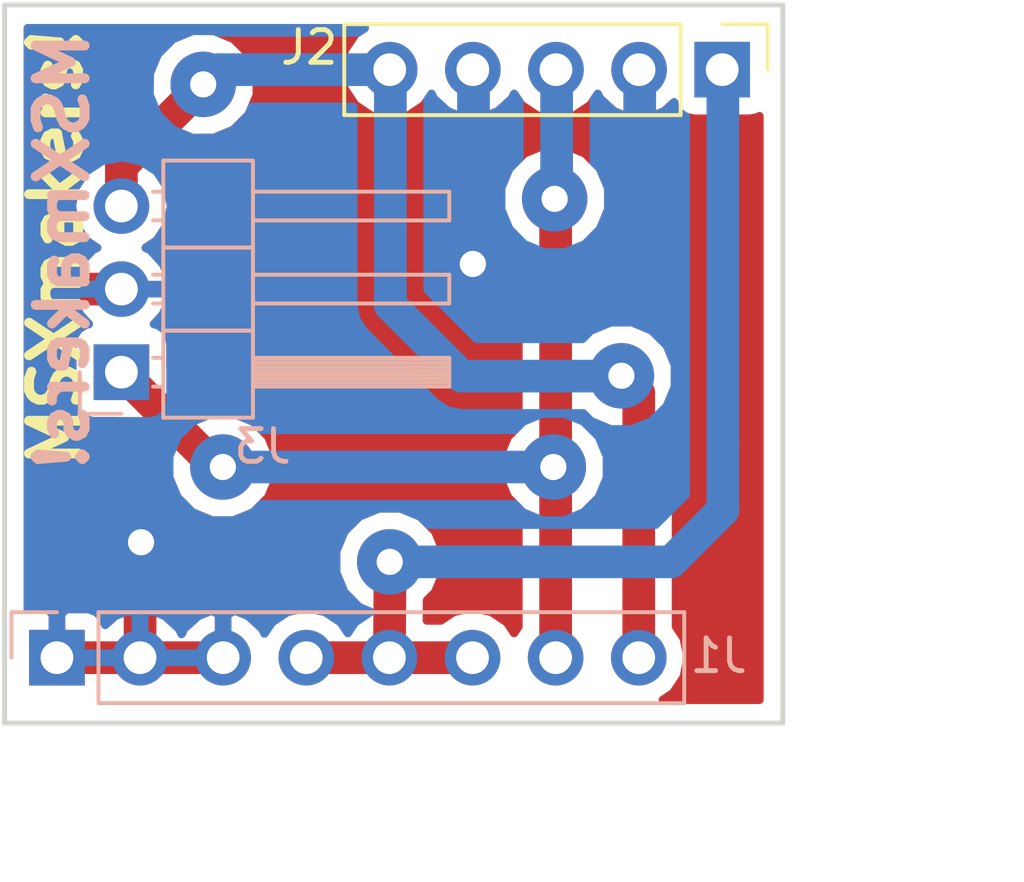
<source format=kicad_pcb>
(kicad_pcb (version 4) (host pcbnew 4.0.6)

  (general
    (links 12)
    (no_connects 0)
    (area 38.904999 24.324999 71.188572 53.28)
    (thickness 1.6)
    (drawings 9)
    (tracks 60)
    (zones 0)
    (modules 3)
    (nets 5)
  )

  (page A4)
  (title_block
    (title "Omega PS 2 DC adaptor")
    (date 2020-05-26)
    (rev 1.2)
    (company MSXmakers!)
  )

  (layers
    (0 F.Cu signal)
    (31 B.Cu signal)
    (32 B.Adhes user)
    (33 F.Adhes user)
    (34 B.Paste user)
    (35 F.Paste user)
    (36 B.SilkS user)
    (37 F.SilkS user)
    (38 B.Mask user)
    (39 F.Mask user)
    (40 Dwgs.User user)
    (41 Cmts.User user)
    (42 Eco1.User user)
    (43 Eco2.User user)
    (44 Edge.Cuts user)
    (45 Margin user)
    (46 B.CrtYd user)
    (47 F.CrtYd user)
    (48 B.Fab user)
    (49 F.Fab user)
  )

  (setup
    (last_trace_width 0.25)
    (trace_clearance 0.2)
    (zone_clearance 0.508)
    (zone_45_only yes)
    (trace_min 0.2)
    (segment_width 0.2)
    (edge_width 0.15)
    (via_size 0.6)
    (via_drill 0.4)
    (via_min_size 0.4)
    (via_min_drill 0.3)
    (uvia_size 0.3)
    (uvia_drill 0.1)
    (uvias_allowed no)
    (uvia_min_size 0.2)
    (uvia_min_drill 0.1)
    (pcb_text_width 0.3)
    (pcb_text_size 1.5 1.5)
    (mod_edge_width 0.15)
    (mod_text_size 1 1)
    (mod_text_width 0.15)
    (pad_size 1.524 1.524)
    (pad_drill 0.762)
    (pad_to_mask_clearance 0.2)
    (aux_axis_origin 0 0)
    (visible_elements FFFFFF7F)
    (pcbplotparams
      (layerselection 0x010f0_80000001)
      (usegerberextensions false)
      (excludeedgelayer false)
      (linewidth 0.100000)
      (plotframeref false)
      (viasonmask false)
      (mode 1)
      (useauxorigin false)
      (hpglpennumber 1)
      (hpglpenspeed 20)
      (hpglpendiameter 15)
      (hpglpenoverlay 2)
      (psnegative false)
      (psa4output false)
      (plotreference true)
      (plotvalue true)
      (plotinvisibletext false)
      (padsonsilk false)
      (subtractmaskfromsilk false)
      (outputformat 1)
      (mirror false)
      (drillshape 0)
      (scaleselection 1)
      (outputdirectory Gerber/))
  )

  (net 0 "")
  (net 1 GND)
  (net 2 VCC)
  (net 3 VDD)
  (net 4 VSS)

  (net_class Default "Esta es la clase de red por defecto."
    (clearance 0.2)
    (trace_width 0.25)
    (via_dia 0.6)
    (via_drill 0.4)
    (uvia_dia 0.3)
    (uvia_drill 0.1)
  )

  (net_class Power ""
    (clearance 0.5)
    (trace_width 1)
    (via_dia 2)
    (via_drill 0.8)
    (uvia_dia 1)
    (uvia_drill 0.8)
    (add_net GND)
    (add_net VCC)
    (add_net VDD)
    (add_net VSS)
  )

  (module Pin_Headers:Pin_Header_Straight_1x08_Pitch2.54mm (layer B.Cu) (tedit 5E91D0F3) (tstamp 5E91CF83)
    (at 41.03 44.43 270)
    (descr "Through hole straight pin header, 1x08, 2.54mm pitch, single row")
    (tags "Through hole pin header THT 1x08 2.54mm single row")
    (path /5E91A78D)
    (fp_text reference J1 (at -0.06 -20.22 540) (layer B.SilkS)
      (effects (font (size 1 1) (thickness 0.15)) (justify mirror))
    )
    (fp_text value CONN_01X08 (at 2.48 -4.35 540) (layer B.Fab)
      (effects (font (size 1 1) (thickness 0.15)) (justify mirror))
    )
    (fp_line (start -1.27 1.27) (end -1.27 -19.05) (layer B.Fab) (width 0.1))
    (fp_line (start -1.27 -19.05) (end 1.27 -19.05) (layer B.Fab) (width 0.1))
    (fp_line (start 1.27 -19.05) (end 1.27 1.27) (layer B.Fab) (width 0.1))
    (fp_line (start 1.27 1.27) (end -1.27 1.27) (layer B.Fab) (width 0.1))
    (fp_line (start -1.39 -1.27) (end -1.39 -19.17) (layer B.SilkS) (width 0.12))
    (fp_line (start -1.39 -19.17) (end 1.39 -19.17) (layer B.SilkS) (width 0.12))
    (fp_line (start 1.39 -19.17) (end 1.39 -1.27) (layer B.SilkS) (width 0.12))
    (fp_line (start 1.39 -1.27) (end -1.39 -1.27) (layer B.SilkS) (width 0.12))
    (fp_line (start -1.39 0) (end -1.39 1.39) (layer B.SilkS) (width 0.12))
    (fp_line (start -1.39 1.39) (end 0 1.39) (layer B.SilkS) (width 0.12))
    (fp_line (start -1.6 1.6) (end -1.6 -19.3) (layer B.CrtYd) (width 0.05))
    (fp_line (start -1.6 -19.3) (end 1.6 -19.3) (layer B.CrtYd) (width 0.05))
    (fp_line (start 1.6 -19.3) (end 1.6 1.6) (layer B.CrtYd) (width 0.05))
    (fp_line (start 1.6 1.6) (end -1.6 1.6) (layer B.CrtYd) (width 0.05))
    (pad 1 thru_hole rect (at 0 0 270) (size 1.7 1.7) (drill 1) (layers *.Cu *.Mask)
      (net 1 GND))
    (pad 2 thru_hole oval (at 0 -2.54 270) (size 1.7 1.7) (drill 1) (layers *.Cu *.Mask)
      (net 1 GND))
    (pad 3 thru_hole oval (at 0 -5.08 270) (size 1.7 1.7) (drill 1) (layers *.Cu *.Mask)
      (net 1 GND))
    (pad 4 thru_hole oval (at 0 -7.62 270) (size 1.7 1.7) (drill 1) (layers *.Cu *.Mask)
      (net 2 VCC))
    (pad 5 thru_hole oval (at 0 -10.16 270) (size 1.7 1.7) (drill 1) (layers *.Cu *.Mask)
      (net 2 VCC))
    (pad 6 thru_hole oval (at 0 -12.7 270) (size 1.7 1.7) (drill 1) (layers *.Cu *.Mask)
      (net 2 VCC))
    (pad 7 thru_hole oval (at 0 -15.24 270) (size 1.7 1.7) (drill 1) (layers *.Cu *.Mask)
      (net 3 VDD))
    (pad 8 thru_hole oval (at 0 -17.78 270) (size 1.7 1.7) (drill 1) (layers *.Cu *.Mask)
      (net 4 VSS))
    (model Pin_Headers.3dshapes/Pin_Header_Straight_1x08_Pitch2.54mm.wrl
      (at (xyz 0 -0.35 0))
      (scale (xyz 1 1 1))
      (rotate (xyz 0 0 90))
    )
  )

  (module Pin_Headers:Pin_Header_Straight_1x05_Pitch2.54mm (layer F.Cu) (tedit 5E91D0E7) (tstamp 5E91CF8E)
    (at 61.36 26.45 270)
    (descr "Through hole straight pin header, 1x05, 2.54mm pitch, single row")
    (tags "Through hole pin header THT 1x05 2.54mm single row")
    (path /5E91AA0E)
    (fp_text reference J2 (at -0.68 12.62 360) (layer F.SilkS)
      (effects (font (size 1 1) (thickness 0.15)))
    )
    (fp_text value CONN_01X05 (at 2.44 13.28 360) (layer F.Fab)
      (effects (font (size 1 1) (thickness 0.15)))
    )
    (fp_line (start -1.27 -1.27) (end -1.27 11.43) (layer F.Fab) (width 0.1))
    (fp_line (start -1.27 11.43) (end 1.27 11.43) (layer F.Fab) (width 0.1))
    (fp_line (start 1.27 11.43) (end 1.27 -1.27) (layer F.Fab) (width 0.1))
    (fp_line (start 1.27 -1.27) (end -1.27 -1.27) (layer F.Fab) (width 0.1))
    (fp_line (start -1.39 1.27) (end -1.39 11.55) (layer F.SilkS) (width 0.12))
    (fp_line (start -1.39 11.55) (end 1.39 11.55) (layer F.SilkS) (width 0.12))
    (fp_line (start 1.39 11.55) (end 1.39 1.27) (layer F.SilkS) (width 0.12))
    (fp_line (start 1.39 1.27) (end -1.39 1.27) (layer F.SilkS) (width 0.12))
    (fp_line (start -1.39 0) (end -1.39 -1.39) (layer F.SilkS) (width 0.12))
    (fp_line (start -1.39 -1.39) (end 0 -1.39) (layer F.SilkS) (width 0.12))
    (fp_line (start -1.6 -1.6) (end -1.6 11.7) (layer F.CrtYd) (width 0.05))
    (fp_line (start -1.6 11.7) (end 1.6 11.7) (layer F.CrtYd) (width 0.05))
    (fp_line (start 1.6 11.7) (end 1.6 -1.6) (layer F.CrtYd) (width 0.05))
    (fp_line (start 1.6 -1.6) (end -1.6 -1.6) (layer F.CrtYd) (width 0.05))
    (pad 1 thru_hole rect (at 0 0 270) (size 1.7 1.7) (drill 1) (layers *.Cu *.Mask)
      (net 2 VCC))
    (pad 2 thru_hole oval (at 0 2.54 270) (size 1.7 1.7) (drill 1) (layers *.Cu *.Mask)
      (net 1 GND))
    (pad 3 thru_hole oval (at 0 5.08 270) (size 1.7 1.7) (drill 1) (layers *.Cu *.Mask)
      (net 3 VDD))
    (pad 4 thru_hole oval (at 0 7.62 270) (size 1.7 1.7) (drill 1) (layers *.Cu *.Mask)
      (net 1 GND))
    (pad 5 thru_hole oval (at 0 10.16 270) (size 1.7 1.7) (drill 1) (layers *.Cu *.Mask)
      (net 4 VSS))
    (model Pin_Headers.3dshapes/Pin_Header_Straight_1x05_Pitch2.54mm.wrl
      (at (xyz 0 -0.2 0))
      (scale (xyz 1 1 1))
      (rotate (xyz 0 0 90))
    )
  )

  (module Pin_Headers:Pin_Header_Angled_1x03_Pitch2.54mm (layer B.Cu) (tedit 5862ED52) (tstamp 5ECD3A50)
    (at 43 35.7)
    (descr "Through hole angled pin header, 1x03, 2.54mm pitch, 6mm pin length, single row")
    (tags "Through hole angled pin header THT 1x03 2.54mm single row")
    (path /5ECD3755)
    (fp_text reference J3 (at 4.315 2.27) (layer B.SilkS)
      (effects (font (size 1 1) (thickness 0.15)) (justify mirror))
    )
    (fp_text value CONN_01X03 (at 4.315 -7.35) (layer B.Fab)
      (effects (font (size 1 1) (thickness 0.15)) (justify mirror))
    )
    (fp_line (start 1.4 1.27) (end 1.4 -1.27) (layer B.Fab) (width 0.1))
    (fp_line (start 1.4 -1.27) (end 3.9 -1.27) (layer B.Fab) (width 0.1))
    (fp_line (start 3.9 -1.27) (end 3.9 1.27) (layer B.Fab) (width 0.1))
    (fp_line (start 3.9 1.27) (end 1.4 1.27) (layer B.Fab) (width 0.1))
    (fp_line (start 0 0.32) (end 0 -0.32) (layer B.Fab) (width 0.1))
    (fp_line (start 0 -0.32) (end 9.9 -0.32) (layer B.Fab) (width 0.1))
    (fp_line (start 9.9 -0.32) (end 9.9 0.32) (layer B.Fab) (width 0.1))
    (fp_line (start 9.9 0.32) (end 0 0.32) (layer B.Fab) (width 0.1))
    (fp_line (start 1.4 -1.27) (end 1.4 -3.81) (layer B.Fab) (width 0.1))
    (fp_line (start 1.4 -3.81) (end 3.9 -3.81) (layer B.Fab) (width 0.1))
    (fp_line (start 3.9 -3.81) (end 3.9 -1.27) (layer B.Fab) (width 0.1))
    (fp_line (start 3.9 -1.27) (end 1.4 -1.27) (layer B.Fab) (width 0.1))
    (fp_line (start 0 -2.22) (end 0 -2.86) (layer B.Fab) (width 0.1))
    (fp_line (start 0 -2.86) (end 9.9 -2.86) (layer B.Fab) (width 0.1))
    (fp_line (start 9.9 -2.86) (end 9.9 -2.22) (layer B.Fab) (width 0.1))
    (fp_line (start 9.9 -2.22) (end 0 -2.22) (layer B.Fab) (width 0.1))
    (fp_line (start 1.4 -3.81) (end 1.4 -6.35) (layer B.Fab) (width 0.1))
    (fp_line (start 1.4 -6.35) (end 3.9 -6.35) (layer B.Fab) (width 0.1))
    (fp_line (start 3.9 -6.35) (end 3.9 -3.81) (layer B.Fab) (width 0.1))
    (fp_line (start 3.9 -3.81) (end 1.4 -3.81) (layer B.Fab) (width 0.1))
    (fp_line (start 0 -4.76) (end 0 -5.4) (layer B.Fab) (width 0.1))
    (fp_line (start 0 -5.4) (end 9.9 -5.4) (layer B.Fab) (width 0.1))
    (fp_line (start 9.9 -5.4) (end 9.9 -4.76) (layer B.Fab) (width 0.1))
    (fp_line (start 9.9 -4.76) (end 0 -4.76) (layer B.Fab) (width 0.1))
    (fp_line (start 1.28 1.39) (end 1.28 -1.27) (layer B.SilkS) (width 0.12))
    (fp_line (start 1.28 -1.27) (end 4.02 -1.27) (layer B.SilkS) (width 0.12))
    (fp_line (start 4.02 -1.27) (end 4.02 1.39) (layer B.SilkS) (width 0.12))
    (fp_line (start 4.02 1.39) (end 1.28 1.39) (layer B.SilkS) (width 0.12))
    (fp_line (start 4.02 0.44) (end 4.02 -0.44) (layer B.SilkS) (width 0.12))
    (fp_line (start 4.02 -0.44) (end 10.02 -0.44) (layer B.SilkS) (width 0.12))
    (fp_line (start 10.02 -0.44) (end 10.02 0.44) (layer B.SilkS) (width 0.12))
    (fp_line (start 10.02 0.44) (end 4.02 0.44) (layer B.SilkS) (width 0.12))
    (fp_line (start 0.97 0.44) (end 1.28 0.44) (layer B.SilkS) (width 0.12))
    (fp_line (start 0.97 -0.44) (end 1.28 -0.44) (layer B.SilkS) (width 0.12))
    (fp_line (start 4.02 0.32) (end 10.02 0.32) (layer B.SilkS) (width 0.12))
    (fp_line (start 4.02 0.2) (end 10.02 0.2) (layer B.SilkS) (width 0.12))
    (fp_line (start 4.02 0.08) (end 10.02 0.08) (layer B.SilkS) (width 0.12))
    (fp_line (start 4.02 -0.04) (end 10.02 -0.04) (layer B.SilkS) (width 0.12))
    (fp_line (start 4.02 -0.16) (end 10.02 -0.16) (layer B.SilkS) (width 0.12))
    (fp_line (start 4.02 -0.28) (end 10.02 -0.28) (layer B.SilkS) (width 0.12))
    (fp_line (start 4.02 -0.4) (end 10.02 -0.4) (layer B.SilkS) (width 0.12))
    (fp_line (start 1.28 -1.27) (end 1.28 -3.81) (layer B.SilkS) (width 0.12))
    (fp_line (start 1.28 -3.81) (end 4.02 -3.81) (layer B.SilkS) (width 0.12))
    (fp_line (start 4.02 -3.81) (end 4.02 -1.27) (layer B.SilkS) (width 0.12))
    (fp_line (start 4.02 -1.27) (end 1.28 -1.27) (layer B.SilkS) (width 0.12))
    (fp_line (start 4.02 -2.1) (end 4.02 -2.98) (layer B.SilkS) (width 0.12))
    (fp_line (start 4.02 -2.98) (end 10.02 -2.98) (layer B.SilkS) (width 0.12))
    (fp_line (start 10.02 -2.98) (end 10.02 -2.1) (layer B.SilkS) (width 0.12))
    (fp_line (start 10.02 -2.1) (end 4.02 -2.1) (layer B.SilkS) (width 0.12))
    (fp_line (start 0.97 -2.1) (end 1.28 -2.1) (layer B.SilkS) (width 0.12))
    (fp_line (start 0.97 -2.98) (end 1.28 -2.98) (layer B.SilkS) (width 0.12))
    (fp_line (start 1.28 -3.81) (end 1.28 -6.47) (layer B.SilkS) (width 0.12))
    (fp_line (start 1.28 -6.47) (end 4.02 -6.47) (layer B.SilkS) (width 0.12))
    (fp_line (start 4.02 -6.47) (end 4.02 -3.81) (layer B.SilkS) (width 0.12))
    (fp_line (start 4.02 -3.81) (end 1.28 -3.81) (layer B.SilkS) (width 0.12))
    (fp_line (start 4.02 -4.64) (end 4.02 -5.52) (layer B.SilkS) (width 0.12))
    (fp_line (start 4.02 -5.52) (end 10.02 -5.52) (layer B.SilkS) (width 0.12))
    (fp_line (start 10.02 -5.52) (end 10.02 -4.64) (layer B.SilkS) (width 0.12))
    (fp_line (start 10.02 -4.64) (end 4.02 -4.64) (layer B.SilkS) (width 0.12))
    (fp_line (start 0.97 -4.64) (end 1.28 -4.64) (layer B.SilkS) (width 0.12))
    (fp_line (start 0.97 -5.52) (end 1.28 -5.52) (layer B.SilkS) (width 0.12))
    (fp_line (start -1.27 0) (end -1.27 1.27) (layer B.SilkS) (width 0.12))
    (fp_line (start -1.27 1.27) (end 0 1.27) (layer B.SilkS) (width 0.12))
    (fp_line (start -1.6 1.6) (end -1.6 -6.6) (layer B.CrtYd) (width 0.05))
    (fp_line (start -1.6 -6.6) (end 10.2 -6.6) (layer B.CrtYd) (width 0.05))
    (fp_line (start 10.2 -6.6) (end 10.2 1.6) (layer B.CrtYd) (width 0.05))
    (fp_line (start 10.2 1.6) (end -1.6 1.6) (layer B.CrtYd) (width 0.05))
    (pad 1 thru_hole rect (at 0 0) (size 1.7 1.7) (drill 1) (layers *.Cu *.Mask)
      (net 3 VDD))
    (pad 2 thru_hole oval (at 0 -2.54) (size 1.7 1.7) (drill 1) (layers *.Cu *.Mask)
      (net 1 GND))
    (pad 3 thru_hole oval (at 0 -5.08) (size 1.7 1.7) (drill 1) (layers *.Cu *.Mask)
      (net 4 VSS))
    (model Pin_Headers.3dshapes/Pin_Header_Angled_1x03_Pitch2.54mm.wrl
      (at (xyz 0 -0.1 0))
      (scale (xyz 1 1 1))
      (rotate (xyz 0 0 90))
    )
  )

  (gr_text MSXmakers! (at 41.2 32 90) (layer B.SilkS)
    (effects (font (size 1.5 1.5) (thickness 0.3)) (justify mirror))
  )
  (gr_text MSXmakers! (at 41 31.9 90) (layer F.SilkS)
    (effects (font (size 1.5 1.5) (thickness 0.3)))
  )
  (dimension 21.95 (width 0.3) (layer Dwgs.User)
    (gr_text 21,950mm (at 65.26 35.52 90) (layer Dwgs.User)
      (effects (font (size 1.5 1.5) (thickness 0.3)))
    )
    (feature1 (pts (xy 63.2 24.47) (xy 69.26 24.47)))
    (feature2 (pts (xy 63.2 46.42) (xy 69.26 46.42)))
    (crossbar (pts (xy 66.56 46.42) (xy 66.56 24.47)))
    (arrow1a (pts (xy 66.56 24.47) (xy 67.146421 25.596504)))
    (arrow1b (pts (xy 66.56 24.47) (xy 65.973579 25.596504)))
    (arrow2a (pts (xy 66.56 46.42) (xy 67.146421 45.293496)))
    (arrow2b (pts (xy 66.56 46.42) (xy 65.973579 45.293496)))
  )
  (dimension 23.77 (width 0.3) (layer Dwgs.User)
    (gr_text 23,770mm (at 51.45 49.35) (layer Dwgs.User)
      (effects (font (size 1.5 1.5) (thickness 0.3)))
    )
    (feature1 (pts (xy 63.21 46.42) (xy 63.21 53.279999)))
    (feature2 (pts (xy 39.44 46.42) (xy 39.44 53.279999)))
    (crossbar (pts (xy 39.44 50.579999) (xy 63.21 50.579999)))
    (arrow1a (pts (xy 63.21 50.579999) (xy 62.083496 51.16642)))
    (arrow1b (pts (xy 63.21 50.579999) (xy 62.083496 49.993578)))
    (arrow2a (pts (xy 39.44 50.579999) (xy 40.566504 51.16642)))
    (arrow2b (pts (xy 39.44 50.579999) (xy 40.566504 49.993578)))
  )
  (gr_line (start 39.43 46.43) (end 39.44 46.43) (angle 90) (layer Edge.Cuts) (width 0.15))
  (gr_line (start 39.43 24.47) (end 39.43 46.43) (angle 90) (layer Edge.Cuts) (width 0.15))
  (gr_line (start 63.21 24.47) (end 39.43 24.47) (angle 90) (layer Edge.Cuts) (width 0.15))
  (gr_line (start 63.21 46.43) (end 63.21 24.47) (angle 90) (layer Edge.Cuts) (width 0.15))
  (gr_line (start 39.44 46.43) (end 63.21 46.43) (angle 90) (layer Edge.Cuts) (width 0.15))

  (segment (start 43.6 41.3) (end 43.6 40.9) (width 1) (layer B.Cu) (net 1))
  (segment (start 43.57 40.87) (end 43.57 40.5) (width 1) (layer F.Cu) (net 1) (tstamp 5ECD3F37))
  (segment (start 43.6 40.9) (end 43.57 40.87) (width 1) (layer F.Cu) (net 1) (tstamp 5ECD3F36))
  (via (at 43.6 40.9) (size 2) (drill 0.8) (layers F.Cu B.Cu) (net 1))
  (segment (start 43.57 40.5) (end 43.57 39.97) (width 1) (layer F.Cu) (net 1))
  (segment (start 41.64 33.16) (end 43 33.16) (width 1) (layer F.Cu) (net 1) (tstamp 5ECD3D89))
  (segment (start 40.8 34) (end 41.64 33.16) (width 1) (layer F.Cu) (net 1) (tstamp 5ECD3D86))
  (segment (start 40.8 37.2) (end 40.8 34) (width 1) (layer F.Cu) (net 1) (tstamp 5ECD3D84))
  (segment (start 43.57 39.97) (end 40.8 37.2) (width 1) (layer F.Cu) (net 1) (tstamp 5ECD3D7F))
  (segment (start 45.4 41.2) (end 46.5 41.2) (width 1) (layer F.Cu) (net 1))
  (segment (start 46.5 41.2) (end 53.74 33.96) (width 1) (layer F.Cu) (net 1) (tstamp 5ECD3CAD))
  (segment (start 43.57 41.2) (end 45.4 41.2) (width 1) (layer F.Cu) (net 1))
  (via (at 53.74 32.39) (size 2) (drill 0.8) (layers F.Cu B.Cu) (net 1))
  (segment (start 53.74 33.96) (end 53.74 32.39) (width 1) (layer F.Cu) (net 1) (tstamp 5ECD3CB4))
  (segment (start 43.57 42.4) (end 43.57 41.2) (width 1) (layer F.Cu) (net 1))
  (segment (start 43.57 41.2) (end 43.57 40.5) (width 1) (layer F.Cu) (net 1) (tstamp 5ECD3C8C))
  (segment (start 43.57 44.43) (end 43.57 42.4) (width 1) (layer F.Cu) (net 1))
  (segment (start 41.03 44.43) (end 43.57 44.43) (width 1) (layer F.Cu) (net 1))
  (segment (start 43.57 44.43) (end 46.11 44.43) (width 1) (layer F.Cu) (net 1) (tstamp 5E91C6BB))
  (segment (start 53.76 26.46) (end 53.76 32.37) (width 1) (layer B.Cu) (net 1))
  (segment (start 53.76 32.37) (end 53.74 32.39) (width 1) (layer B.Cu) (net 1) (tstamp 5E91C647))
  (segment (start 58.84 26.46) (end 58.84 30.69) (width 1) (layer B.Cu) (net 1))
  (segment (start 53.77 32.42) (end 53.74 32.39) (width 1) (layer B.Cu) (net 1) (tstamp 5E91C614))
  (segment (start 57.11 32.42) (end 53.77 32.42) (width 1) (layer B.Cu) (net 1) (tstamp 5E91C609))
  (segment (start 58.84 30.69) (end 57.11 32.42) (width 1) (layer B.Cu) (net 1) (tstamp 5E91C5FF))
  (segment (start 51.2 41.5) (end 59.8 41.5) (width 1) (layer B.Cu) (net 2))
  (segment (start 61.38 39.92) (end 61.38 37.85) (width 1) (layer B.Cu) (net 2) (tstamp 5ECD3BCC))
  (segment (start 59.8 41.5) (end 61.38 39.92) (width 1) (layer B.Cu) (net 2) (tstamp 5ECD3BC6))
  (segment (start 48.65 44.43) (end 51.19 44.43) (width 1) (layer F.Cu) (net 2))
  (segment (start 51.19 44.43) (end 53.73 44.43) (width 1) (layer F.Cu) (net 2) (tstamp 5E91C5CE))
  (segment (start 61.38 26.46) (end 61.38 37.85) (width 1) (layer B.Cu) (net 2))
  (via (at 51.2 41.5) (size 2) (drill 0.8) (layers F.Cu B.Cu) (net 2))
  (segment (start 51.2 41.5) (end 51.21 41.51) (width 1) (layer F.Cu) (net 2) (tstamp 5E91C5C1))
  (segment (start 51.21 41.51) (end 51.19 44.43) (width 1) (layer F.Cu) (net 2) (tstamp 5E91C5C2))
  (segment (start 53.73 44.43) (end 51.19 44.43) (width 0.25) (layer F.Cu) (net 2) (tstamp 5E91C297))
  (segment (start 46.1 38.6) (end 45.9 38.6) (width 1) (layer F.Cu) (net 3))
  (segment (start 45.9 38.6) (end 43 35.7) (width 1) (layer F.Cu) (net 3) (tstamp 5ECD3D92))
  (segment (start 56.2 38.6) (end 56.27 38.6) (width 1) (layer F.Cu) (net 3) (tstamp 5ECD3C74))
  (via (at 56.2 38.6) (size 2) (drill 0.8) (layers F.Cu B.Cu) (net 3))
  (segment (start 52.7 38.6) (end 56.2 38.6) (width 1) (layer B.Cu) (net 3) (tstamp 5ECD3C67))
  (segment (start 46.1 38.6) (end 52.7 38.6) (width 1) (layer B.Cu) (net 3) (tstamp 5ECD3C66))
  (via (at 46.1 38.6) (size 2) (drill 0.8) (layers F.Cu B.Cu) (net 3))
  (segment (start 56.3 26.46) (end 56.3 30.34) (width 1) (layer B.Cu) (net 3))
  (segment (start 56.27 30.43) (end 56.27 38.6) (width 1) (layer F.Cu) (net 3) (tstamp 5E91C577))
  (segment (start 56.27 38.6) (end 56.27 44.43) (width 1) (layer F.Cu) (net 3) (tstamp 5ECD3C77))
  (segment (start 56.24 30.4) (end 56.27 30.43) (width 1) (layer F.Cu) (net 3) (tstamp 5E91C576))
  (via (at 56.24 30.4) (size 2) (drill 0.8) (layers F.Cu B.Cu) (net 3))
  (segment (start 56.3 30.34) (end 56.24 30.4) (width 1) (layer B.Cu) (net 3) (tstamp 5E91C571))
  (segment (start 43 30.62) (end 43 29.4) (width 1) (layer F.Cu) (net 4))
  (segment (start 43 29.4) (end 45.5 26.9) (width 1) (layer F.Cu) (net 4) (tstamp 5ECD3DA2))
  (segment (start 45.95 26.45) (end 51.2 26.45) (width 1) (layer B.Cu) (net 4) (tstamp 5ECD3B9D))
  (segment (start 45.5 26.9) (end 45.95 26.45) (width 1) (layer B.Cu) (net 4) (tstamp 5ECD3B9C))
  (via (at 45.5 26.9) (size 2) (drill 0.8) (layers F.Cu B.Cu) (net 4))
  (segment (start 53.39 35.82) (end 58.27 35.82) (width 1) (layer B.Cu) (net 4))
  (segment (start 51.22 33.65) (end 53.39 35.82) (width 1) (layer B.Cu) (net 4) (tstamp 5E91C64E))
  (segment (start 51.22 26.46) (end 51.22 33.65) (width 1) (layer B.Cu) (net 4))
  (segment (start 58.81 36.34) (end 58.81 44.43) (width 1) (layer F.Cu) (net 4) (tstamp 5E91CBAA))
  (segment (start 58.28 35.81) (end 58.81 36.34) (width 1) (layer F.Cu) (net 4) (tstamp 5E91CBA9))
  (via (at 58.28 35.81) (size 2) (drill 0.8) (layers F.Cu B.Cu) (net 4))
  (segment (start 58.27 35.82) (end 58.28 35.81) (width 1) (layer B.Cu) (net 4) (tstamp 5E91CB9A))

  (zone (net 1) (net_name GND) (layer B.Cu) (tstamp 5E91C959) (hatch edge 0.508)
    (connect_pads (clearance 0.508))
    (min_thickness 0.254)
    (fill yes (arc_segments 16) (thermal_gap 0.508) (thermal_bridge_width 0.508))
    (polygon
      (pts
        (xy 39.51 24.55) (xy 39.51 46.35) (xy 63.14 46.35) (xy 63.14 24.54)
      )
    )
    (filled_polygon
      (pts
        (xy 50.233536 25.315) (xy 45.95 25.315) (xy 45.947551 25.315487) (xy 45.826648 25.265284) (xy 45.176205 25.264716)
        (xy 44.575057 25.513106) (xy 44.114722 25.972637) (xy 43.865284 26.573352) (xy 43.864716 27.223795) (xy 44.113106 27.824943)
        (xy 44.572637 28.285278) (xy 45.173352 28.534716) (xy 45.823795 28.535284) (xy 46.424943 28.286894) (xy 46.885278 27.827363)
        (xy 46.985916 27.585) (xy 50.085 27.585) (xy 50.085 33.65) (xy 50.171397 34.084346) (xy 50.352365 34.355183)
        (xy 50.417434 34.452566) (xy 52.587433 36.622566) (xy 52.855073 36.801397) (xy 52.955654 36.868603) (xy 53.39 36.955)
        (xy 57.112779 36.955) (xy 57.352637 37.195278) (xy 57.953352 37.444716) (xy 58.603795 37.445284) (xy 59.204943 37.196894)
        (xy 59.665278 36.737363) (xy 59.914716 36.136648) (xy 59.915284 35.486205) (xy 59.666894 34.885057) (xy 59.207363 34.424722)
        (xy 58.606648 34.175284) (xy 57.956205 34.174716) (xy 57.355057 34.423106) (xy 57.092705 34.685) (xy 53.860133 34.685)
        (xy 52.355 33.179868) (xy 52.355 27.372084) (xy 52.477702 27.188447) (xy 52.544817 27.331358) (xy 52.973076 27.721645)
        (xy 53.38311 27.891476) (xy 53.613 27.770155) (xy 53.613 26.577) (xy 53.593 26.577) (xy 53.593 26.323)
        (xy 53.613 26.323) (xy 53.613 26.303) (xy 53.867 26.303) (xy 53.867 26.323) (xy 53.887 26.323)
        (xy 53.887 26.577) (xy 53.867 26.577) (xy 53.867 27.770155) (xy 54.09689 27.891476) (xy 54.506924 27.721645)
        (xy 54.935183 27.331358) (xy 55.002298 27.188447) (xy 55.165 27.431948) (xy 55.165 29.162901) (xy 54.854722 29.472637)
        (xy 54.605284 30.073352) (xy 54.604716 30.723795) (xy 54.853106 31.324943) (xy 55.312637 31.785278) (xy 55.913352 32.034716)
        (xy 56.563795 32.035284) (xy 57.164943 31.786894) (xy 57.625278 31.327363) (xy 57.874716 30.726648) (xy 57.875284 30.076205)
        (xy 57.626894 29.475057) (xy 57.435 29.282827) (xy 57.435 27.372084) (xy 57.557702 27.188447) (xy 57.624817 27.331358)
        (xy 58.053076 27.721645) (xy 58.46311 27.891476) (xy 58.693 27.770155) (xy 58.693 26.577) (xy 58.673 26.577)
        (xy 58.673 26.323) (xy 58.693 26.323) (xy 58.693 26.303) (xy 58.947 26.303) (xy 58.947 26.323)
        (xy 58.967 26.323) (xy 58.967 26.577) (xy 58.947 26.577) (xy 58.947 27.770155) (xy 59.17689 27.891476)
        (xy 59.586924 27.721645) (xy 59.889937 27.445499) (xy 59.906838 27.535317) (xy 60.04591 27.751441) (xy 60.245 27.887473)
        (xy 60.245 39.449868) (xy 59.329868 40.365) (xy 52.377204 40.365) (xy 52.127363 40.114722) (xy 51.526648 39.865284)
        (xy 50.876205 39.864716) (xy 50.275057 40.113106) (xy 49.814722 40.572637) (xy 49.565284 41.173352) (xy 49.564716 41.823795)
        (xy 49.813106 42.424943) (xy 50.272637 42.885278) (xy 50.620532 43.029736) (xy 50.139946 43.350853) (xy 49.92 43.680026)
        (xy 49.700054 43.350853) (xy 49.218285 43.028946) (xy 48.65 42.915907) (xy 48.081715 43.028946) (xy 47.599946 43.350853)
        (xy 47.372298 43.691553) (xy 47.305183 43.548642) (xy 46.876924 43.158355) (xy 46.46689 42.988524) (xy 46.237 43.109845)
        (xy 46.237 44.303) (xy 46.257 44.303) (xy 46.257 44.557) (xy 46.237 44.557) (xy 46.237 44.577)
        (xy 45.983 44.577) (xy 45.983 44.557) (xy 43.697 44.557) (xy 43.697 44.577) (xy 43.443 44.577)
        (xy 43.443 44.557) (xy 41.157 44.557) (xy 41.157 44.577) (xy 40.903 44.577) (xy 40.903 44.557)
        (xy 40.883 44.557) (xy 40.883 44.303) (xy 40.903 44.303) (xy 40.903 43.10375) (xy 41.157 43.10375)
        (xy 41.157 44.303) (xy 43.443 44.303) (xy 43.443 43.109845) (xy 43.697 43.109845) (xy 43.697 44.303)
        (xy 45.983 44.303) (xy 45.983 43.109845) (xy 45.75311 42.988524) (xy 45.343076 43.158355) (xy 44.914817 43.548642)
        (xy 44.84 43.707954) (xy 44.765183 43.548642) (xy 44.336924 43.158355) (xy 43.92689 42.988524) (xy 43.697 43.109845)
        (xy 43.443 43.109845) (xy 43.21311 42.988524) (xy 42.803076 43.158355) (xy 42.505136 43.429878) (xy 42.418327 43.220302)
        (xy 42.239699 43.041673) (xy 42.00631 42.945) (xy 41.31575 42.945) (xy 41.157 43.10375) (xy 40.903 43.10375)
        (xy 40.74425 42.945) (xy 40.14 42.945) (xy 40.14 38.923795) (xy 44.464716 38.923795) (xy 44.713106 39.524943)
        (xy 45.172637 39.985278) (xy 45.773352 40.234716) (xy 46.423795 40.235284) (xy 47.024943 39.986894) (xy 47.277278 39.735)
        (xy 55.022796 39.735) (xy 55.272637 39.985278) (xy 55.873352 40.234716) (xy 56.523795 40.235284) (xy 57.124943 39.986894)
        (xy 57.585278 39.527363) (xy 57.834716 38.926648) (xy 57.835284 38.276205) (xy 57.586894 37.675057) (xy 57.127363 37.214722)
        (xy 56.526648 36.965284) (xy 55.876205 36.964716) (xy 55.275057 37.213106) (xy 55.022722 37.465) (xy 47.277204 37.465)
        (xy 47.027363 37.214722) (xy 46.426648 36.965284) (xy 45.776205 36.964716) (xy 45.175057 37.213106) (xy 44.714722 37.672637)
        (xy 44.465284 38.273352) (xy 44.464716 38.923795) (xy 40.14 38.923795) (xy 40.14 34.85) (xy 41.50256 34.85)
        (xy 41.50256 36.55) (xy 41.546838 36.785317) (xy 41.68591 37.001441) (xy 41.89811 37.146431) (xy 42.15 37.19744)
        (xy 43.85 37.19744) (xy 44.085317 37.153162) (xy 44.301441 37.01409) (xy 44.446431 36.80189) (xy 44.49744 36.55)
        (xy 44.49744 34.85) (xy 44.453162 34.614683) (xy 44.31409 34.398559) (xy 44.10189 34.253569) (xy 43.993893 34.231699)
        (xy 44.271645 33.926924) (xy 44.441476 33.51689) (xy 44.320155 33.287) (xy 43.127 33.287) (xy 43.127 33.307)
        (xy 42.873 33.307) (xy 42.873 33.287) (xy 41.679845 33.287) (xy 41.558524 33.51689) (xy 41.728355 33.926924)
        (xy 42.004501 34.229937) (xy 41.914683 34.246838) (xy 41.698559 34.38591) (xy 41.553569 34.59811) (xy 41.50256 34.85)
        (xy 40.14 34.85) (xy 40.14 30.62) (xy 41.485907 30.62) (xy 41.598946 31.188285) (xy 41.920853 31.670054)
        (xy 42.261553 31.897702) (xy 42.118642 31.964817) (xy 41.728355 32.393076) (xy 41.558524 32.80311) (xy 41.679845 33.033)
        (xy 42.873 33.033) (xy 42.873 33.013) (xy 43.127 33.013) (xy 43.127 33.033) (xy 44.320155 33.033)
        (xy 44.441476 32.80311) (xy 44.271645 32.393076) (xy 43.881358 31.964817) (xy 43.738447 31.897702) (xy 44.079147 31.670054)
        (xy 44.401054 31.188285) (xy 44.514093 30.62) (xy 44.401054 30.051715) (xy 44.079147 29.569946) (xy 43.597378 29.248039)
        (xy 43.029093 29.135) (xy 42.970907 29.135) (xy 42.402622 29.248039) (xy 41.920853 29.569946) (xy 41.598946 30.051715)
        (xy 41.485907 30.62) (xy 40.14 30.62) (xy 40.14 25.18) (xy 50.435578 25.18)
      )
    )
  )
  (zone (net 1) (net_name GND) (layer F.Cu) (tstamp 5E91C9A2) (hatch edge 0.508)
    (connect_pads (clearance 0.508))
    (min_thickness 0.254)
    (fill yes (arc_segments 16) (thermal_gap 0.508) (thermal_bridge_width 0.508))
    (polygon
      (pts
        (xy 39.51 24.55) (xy 39.51 46.35) (xy 63.14 46.35) (xy 63.14 24.54) (xy 63.12 24.54)
      )
    )
    (filled_polygon
      (pts
        (xy 50.149946 25.370853) (xy 49.828039 25.852622) (xy 49.715 26.420907) (xy 49.715 26.479093) (xy 49.828039 27.047378)
        (xy 50.149946 27.529147) (xy 50.631715 27.851054) (xy 51.2 27.964093) (xy 51.768285 27.851054) (xy 52.250054 27.529147)
        (xy 52.477702 27.188447) (xy 52.544817 27.331358) (xy 52.973076 27.721645) (xy 53.38311 27.891476) (xy 53.613 27.770155)
        (xy 53.613 26.577) (xy 53.593 26.577) (xy 53.593 26.323) (xy 53.613 26.323) (xy 53.613 26.303)
        (xy 53.867 26.303) (xy 53.867 26.323) (xy 53.887 26.323) (xy 53.887 26.577) (xy 53.867 26.577)
        (xy 53.867 27.770155) (xy 54.09689 27.891476) (xy 54.506924 27.721645) (xy 54.935183 27.331358) (xy 55.002298 27.188447)
        (xy 55.229946 27.529147) (xy 55.711715 27.851054) (xy 56.28 27.964093) (xy 56.848285 27.851054) (xy 57.330054 27.529147)
        (xy 57.557702 27.188447) (xy 57.624817 27.331358) (xy 58.053076 27.721645) (xy 58.46311 27.891476) (xy 58.693 27.770155)
        (xy 58.693 26.577) (xy 58.673 26.577) (xy 58.673 26.323) (xy 58.693 26.323) (xy 58.693 26.303)
        (xy 58.947 26.303) (xy 58.947 26.323) (xy 58.967 26.323) (xy 58.967 26.577) (xy 58.947 26.577)
        (xy 58.947 27.770155) (xy 59.17689 27.891476) (xy 59.586924 27.721645) (xy 59.889937 27.445499) (xy 59.906838 27.535317)
        (xy 60.04591 27.751441) (xy 60.25811 27.896431) (xy 60.51 27.94744) (xy 62.21 27.94744) (xy 62.445317 27.903162)
        (xy 62.5 27.867974) (xy 62.5 45.72) (xy 59.544489 45.72) (xy 59.860054 45.509147) (xy 60.181961 45.027378)
        (xy 60.295 44.459093) (xy 60.295 44.400907) (xy 60.181961 43.832622) (xy 59.945 43.477984) (xy 59.945 36.34)
        (xy 59.907843 36.1532) (xy 59.914716 36.136648) (xy 59.915284 35.486205) (xy 59.666894 34.885057) (xy 59.207363 34.424722)
        (xy 58.606648 34.175284) (xy 57.956205 34.174716) (xy 57.405 34.40247) (xy 57.405 31.547256) (xy 57.625278 31.327363)
        (xy 57.874716 30.726648) (xy 57.875284 30.076205) (xy 57.626894 29.475057) (xy 57.167363 29.014722) (xy 56.566648 28.765284)
        (xy 55.916205 28.764716) (xy 55.315057 29.013106) (xy 54.854722 29.472637) (xy 54.605284 30.073352) (xy 54.604716 30.723795)
        (xy 54.853106 31.324943) (xy 55.135 31.60733) (xy 55.135 37.352918) (xy 54.814722 37.672637) (xy 54.565284 38.273352)
        (xy 54.564716 38.923795) (xy 54.813106 39.524943) (xy 55.135 39.8474) (xy 55.135 43.477984) (xy 55 43.680026)
        (xy 54.780054 43.350853) (xy 54.298285 43.028946) (xy 53.73 42.915907) (xy 53.161715 43.028946) (xy 52.763536 43.295)
        (xy 52.3328 43.295) (xy 52.337046 42.675162) (xy 52.585278 42.427363) (xy 52.834716 41.826648) (xy 52.835284 41.176205)
        (xy 52.586894 40.575057) (xy 52.127363 40.114722) (xy 51.526648 39.865284) (xy 50.876205 39.864716) (xy 50.275057 40.113106)
        (xy 49.814722 40.572637) (xy 49.565284 41.173352) (xy 49.564716 41.823795) (xy 49.813106 42.424943) (xy 50.066965 42.679246)
        (xy 50.062748 43.295) (xy 49.616464 43.295) (xy 49.218285 43.028946) (xy 48.65 42.915907) (xy 48.081715 43.028946)
        (xy 47.599946 43.350853) (xy 47.372298 43.691553) (xy 47.305183 43.548642) (xy 46.876924 43.158355) (xy 46.46689 42.988524)
        (xy 46.237 43.109845) (xy 46.237 44.303) (xy 46.257 44.303) (xy 46.257 44.557) (xy 46.237 44.557)
        (xy 46.237 44.577) (xy 45.983 44.577) (xy 45.983 44.557) (xy 43.697 44.557) (xy 43.697 44.577)
        (xy 43.443 44.577) (xy 43.443 44.557) (xy 41.157 44.557) (xy 41.157 44.577) (xy 40.903 44.577)
        (xy 40.903 44.557) (xy 40.883 44.557) (xy 40.883 44.303) (xy 40.903 44.303) (xy 40.903 43.10375)
        (xy 41.157 43.10375) (xy 41.157 44.303) (xy 43.443 44.303) (xy 43.443 43.109845) (xy 43.697 43.109845)
        (xy 43.697 44.303) (xy 45.983 44.303) (xy 45.983 43.109845) (xy 45.75311 42.988524) (xy 45.343076 43.158355)
        (xy 44.914817 43.548642) (xy 44.84 43.707954) (xy 44.765183 43.548642) (xy 44.336924 43.158355) (xy 43.92689 42.988524)
        (xy 43.697 43.109845) (xy 43.443 43.109845) (xy 43.21311 42.988524) (xy 42.803076 43.158355) (xy 42.505136 43.429878)
        (xy 42.418327 43.220302) (xy 42.239699 43.041673) (xy 42.00631 42.945) (xy 41.31575 42.945) (xy 41.157 43.10375)
        (xy 40.903 43.10375) (xy 40.74425 42.945) (xy 40.14 42.945) (xy 40.14 34.85) (xy 41.50256 34.85)
        (xy 41.50256 36.55) (xy 41.546838 36.785317) (xy 41.68591 37.001441) (xy 41.89811 37.146431) (xy 42.15 37.19744)
        (xy 42.892308 37.19744) (xy 44.46485 38.769982) (xy 44.464716 38.923795) (xy 44.713106 39.524943) (xy 45.172637 39.985278)
        (xy 45.773352 40.234716) (xy 46.423795 40.235284) (xy 47.024943 39.986894) (xy 47.485278 39.527363) (xy 47.734716 38.926648)
        (xy 47.735284 38.276205) (xy 47.486894 37.675057) (xy 47.027363 37.214722) (xy 46.426648 36.965284) (xy 45.86993 36.964798)
        (xy 44.49744 35.592308) (xy 44.49744 34.85) (xy 44.453162 34.614683) (xy 44.31409 34.398559) (xy 44.10189 34.253569)
        (xy 43.993893 34.231699) (xy 44.271645 33.926924) (xy 44.441476 33.51689) (xy 44.320155 33.287) (xy 43.127 33.287)
        (xy 43.127 33.307) (xy 42.873 33.307) (xy 42.873 33.287) (xy 41.679845 33.287) (xy 41.558524 33.51689)
        (xy 41.728355 33.926924) (xy 42.004501 34.229937) (xy 41.914683 34.246838) (xy 41.698559 34.38591) (xy 41.553569 34.59811)
        (xy 41.50256 34.85) (xy 40.14 34.85) (xy 40.14 30.62) (xy 41.485907 30.62) (xy 41.598946 31.188285)
        (xy 41.920853 31.670054) (xy 42.261553 31.897702) (xy 42.118642 31.964817) (xy 41.728355 32.393076) (xy 41.558524 32.80311)
        (xy 41.679845 33.033) (xy 42.873 33.033) (xy 42.873 33.013) (xy 43.127 33.013) (xy 43.127 33.033)
        (xy 44.320155 33.033) (xy 44.441476 32.80311) (xy 44.271645 32.393076) (xy 43.881358 31.964817) (xy 43.738447 31.897702)
        (xy 44.079147 31.670054) (xy 44.401054 31.188285) (xy 44.514093 30.62) (xy 44.401054 30.051715) (xy 44.221756 29.783376)
        (xy 45.470157 28.534975) (xy 45.823795 28.535284) (xy 46.424943 28.286894) (xy 46.885278 27.827363) (xy 47.134716 27.226648)
        (xy 47.135284 26.576205) (xy 46.886894 25.975057) (xy 46.427363 25.514722) (xy 45.826648 25.265284) (xy 45.176205 25.264716)
        (xy 44.575057 25.513106) (xy 44.114722 25.972637) (xy 43.865284 26.573352) (xy 43.864973 26.929895) (xy 42.197434 28.597434)
        (xy 41.951397 28.965654) (xy 41.865 29.4) (xy 41.865 29.653536) (xy 41.598946 30.051715) (xy 41.485907 30.62)
        (xy 40.14 30.62) (xy 40.14 25.18) (xy 50.435578 25.18)
      )
    )
  )
)

</source>
